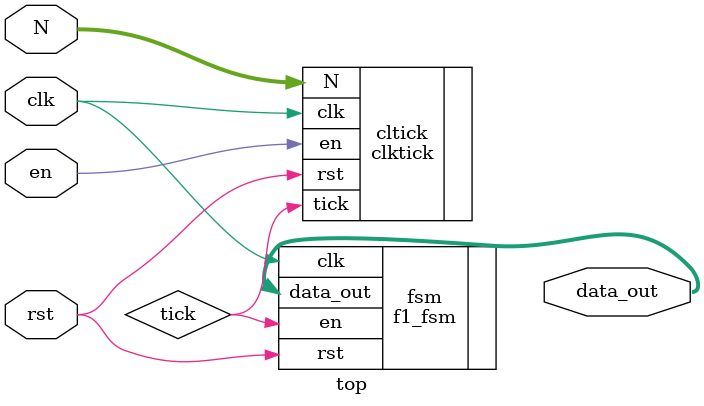
<source format=sv>
module top#(
    parameter WIDTH = 8
)
(
    input logic clk,
    input logic rst,
    input logic en,
    input logic [WIDTH-1:0] N,
    output logic [WIDTH-1:0] data_out
);

logic tick;

clktick cltick (
    .clk(clk),
    .rst(rst),
    .en(en),
    .N(N),
    .tick(tick)
);

f1_fsm fsm(
    .clk(clk),
    .rst(rst),
    .en(tick),
    .data_out(data_out)
);

endmodule

</source>
